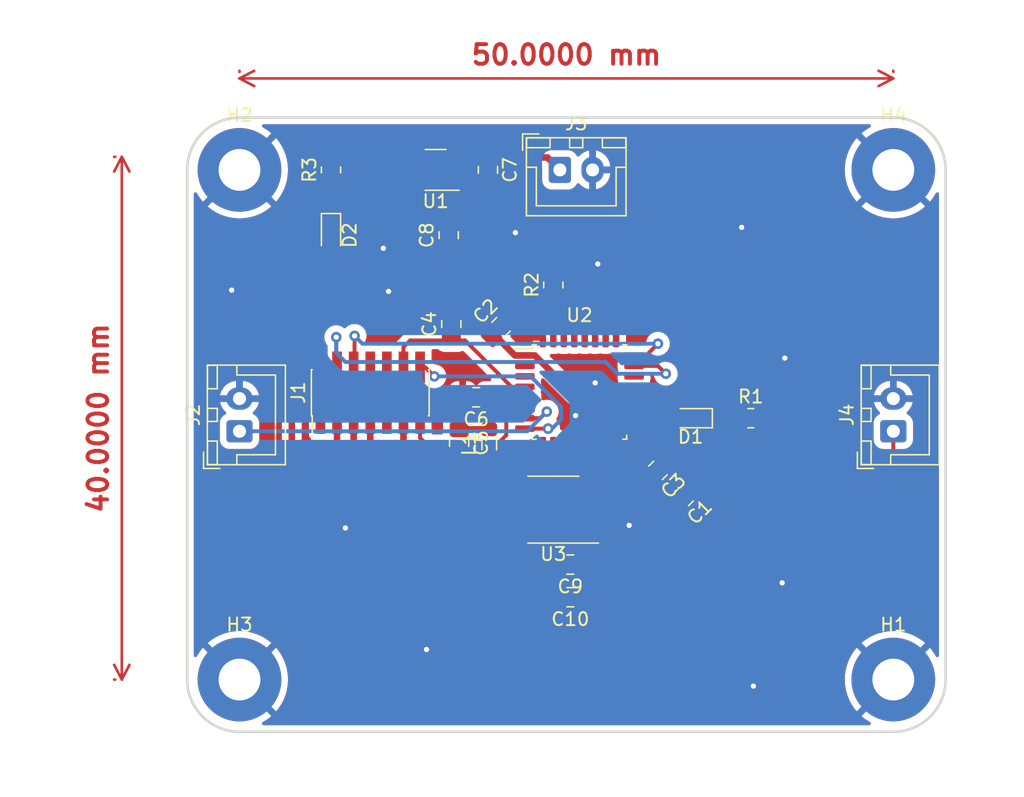
<source format=kicad_pcb>
(kicad_pcb (version 20211014) (generator pcbnew)
  (layers (0 "F.Cu" signal) (31 "B.Cu" signal) (34 "B.Paste" user) (35 "F.Paste" user) (36 "B.SilkS" user "B.Silkscreen") (37 "F.SilkS" user "F.Silkscreen") (38 "B.Mask" user) (39 "F.Mask" user) (44 "Edge.Cuts" user))
  (net 0 "")
  (net 1 "+3.3V")
  (net 2 "GND")
  (net 3 "NRST")
  (net 4 "+5V")
  (net 5 "Net-(D1-Pad1)")
  (net 6 "LED_STATUS")
  (net 7 "Net-(D2-Pad1)")
  (net 10 "SWDIO")
  (net 11 "SWDCK")
  (net 15 "USART2_RX")
  (net 16 "USART2_TX")
  (net 17 "ADC_IN1")
  (net 18 "DAC_OUT")
  (net 19 "Net-(R2-Pad1)")
  (net 23 "+3.3VA")
  (net 25 "DAC_nLDAC")
  (net 26 "DAC_nCS")
  (net 27 "SPI1_SCK")
  (net 28 "SPI1_MOSI")
  (footprint "Package_TO_SOT_SMD:SOT-23-5" (layer "F.Cu") (at 79 44 180)
    (fp_text reference "U1" (at 0 -2.4) (layer "F.SilkS"))
    (fp_text value "BU33SD5WG-TR")
    (fp_line (start 0 1.56) (end -0.8 1.56) (layer "F.SilkS") (width 0.12))
    (fp_line (start 0 -1.56) (end -1.8 -1.56) (layer "F.SilkS") (width 0.12))
    (fp_line (start 0 -1.56) (end 0.8 -1.56) (layer "F.SilkS") (width 0.12))
    (fp_line (start 0 1.56) (end 0.8 1.56) (layer "F.SilkS") (width 0.12))
    (pad "1" smd roundrect (at -1.1375 -0.95 180) (size 1.325 0.6) (layers "F.Cu" "F.Paste" "F.Mask") (net 4 "+5V"))
    (pad "2" smd roundrect (at -1.1375 0 180) (size 1.325 0.6) (layers "F.Cu" "F.Paste" "F.Mask") (net 2 "GND"))
    (pad "3" smd roundrect (at -1.1375 0.95 180) (size 1.325 0.6) (layers "F.Cu" "F.Paste" "F.Mask") (net 4 "+5V"))
    (pad "4" smd roundrect (at 1.1375 0.95 180) (size 1.325 0.6) (layers "F.Cu" "F.Paste" "F.Mask"))
    (pad "5" smd roundrect (at 1.1375 -0.95 180) (size 1.325 0.6) (layers "F.Cu" "F.Paste" "F.Mask") (net 1 "+3.3V"))
  )
  (footprint "Capacitor_SMD:C_0805_2012Metric_Pad1.18x1.45mm_HandSolder" (layer "F.Cu") (at 82.1 61.4 180)
    (fp_text reference "C6" (at 0 -1.68) (layer "F.SilkS"))
    (fp_text value "10n")
    (fp_line (start -0.261252 0.735) (end 0.261252 0.735) (layer "F.SilkS") (width 0.12))
    (fp_line (start -0.261252 -0.735) (end 0.261252 -0.735) (layer "F.SilkS") (width 0.12))
    (pad "1" smd roundrect (at -1.0375 0 180) (size 1.175 1.45) (layers "F.Cu" "F.Paste" "F.Mask") (roundrect_rratio 0.212766) (net 23 "+3.3VA"))
    (pad "2" smd roundrect (at 1.0375 0 180) (size 1.175 1.45) (layers "F.Cu" "F.Paste" "F.Mask") (roundrect_rratio 0.212766) (net 2 "GND"))
  )
  (footprint "LED_SMD:LED_0603_1608Metric_Pad1.05x0.95mm_HandSolder" (layer "F.Cu") (at 71 49 -90)
    (fp_text reference "D2" (at 0 -1.43 90) (layer "F.SilkS"))
    (fp_text value "LED")
    (fp_line (start 0.8 -0.735) (end -1.66 -0.735) (layer "F.SilkS") (width 0.12))
    (fp_line (start -1.66 0.735) (end 0.8 0.735) (layer "F.SilkS") (width 0.12))
    (fp_line (start -1.66 -0.735) (end -1.66 0.735) (layer "F.SilkS") (width 0.12))
    (pad "1" smd roundrect (at -0.875 0 270) (size 1.05 0.95) (layers "F.Cu" "F.Paste" "F.Mask") (net 7 "Net-(D2-Pad1)"))
    (pad "2" smd roundrect (at 0.875 0 270) (size 1.05 0.95) (layers "F.Cu" "F.Paste" "F.Mask") (net 1 "+3.3V"))
  )
  (footprint "Connector_PinHeader_1.27mm:PinHeader_2x07_P1.27mm_Vertical_SMD" (layer "F.Cu") (at 74 61.05 90)
    (fp_text reference "J1" (at 0 -5.505 90) (layer "F.SilkS"))
    (fp_text value "Conn_02x07_Odd_Even")
    (fp_line (start -1.765 4.505) (end 1.765 4.505) (layer "F.SilkS") (width 0.12))
    (fp_line (start 1.765 -4.505) (end 1.765 -4.44) (layer "F.SilkS") (width 0.12))
    (fp_line (start -1.765 -4.505) (end -1.765 -4.44) (layer "F.SilkS") (width 0.12))
    (fp_line (start -1.765 4.44) (end -1.765 4.505) (layer "F.SilkS") (width 0.12))
    (fp_line (start -3.09 -4.44) (end -1.765 -4.44) (layer "F.SilkS") (width 0.12))
    (fp_line (start 1.765 4.44) (end 1.765 4.505) (layer "F.SilkS") (width 0.12))
    (fp_line (start -1.765 -4.505) (end 1.765 -4.505) (layer "F.SilkS") (width 0.12))
    (pad "1" smd rect (at -1.95 -3.81 90) (size 2.4 0.74) (layers "F.Cu" "F.Paste" "F.Mask"))
    (pad "2" smd rect (at 1.95 -3.81 90) (size 2.4 0.74) (layers "F.Cu" "F.Paste" "F.Mask"))
    (pad "3" smd rect (at -1.95 -2.54 90) (size 2.4 0.74) (layers "F.Cu" "F.Paste" "F.Mask") (net 1 "+3.3V"))
    (pad "4" smd rect (at 1.95 -2.54 90) (size 2.4 0.74) (layers "F.Cu" "F.Paste" "F.Mask") (net 10 "SWDIO"))
    (pad "5" smd rect (at -1.95 -1.27 90) (size 2.4 0.74) (layers "F.Cu" "F.Paste" "F.Mask") (net 2 "GND"))
    (pad "6" smd rect (at 1.95 -1.27 90) (size 2.4 0.74) (layers "F.Cu" "F.Paste" "F.Mask") (net 11 "SWDCK"))
    (pad "7" smd rect (at -1.95 0 90) (size 2.4 0.74) (layers "F.Cu" "F.Paste" "F.Mask") (net 2 "GND"))
    (pad "8" smd rect (at 1.95 0 90) (size 2.4 0.74) (layers "F.Cu" "F.Paste" "F.Mask"))
    (pad "9" smd rect (at -1.95 1.27 90) (size 2.4 0.74) (layers "F.Cu" "F.Paste" "F.Mask"))
    (pad "10" smd rect (at 1.95 1.27 90) (size 2.4 0.74) (layers "F.Cu" "F.Paste" "F.Mask"))
    (pad "11" smd rect (at -1.95 2.54 90) (size 2.4 0.74) (layers "F.Cu" "F.Paste" "F.Mask") (net 2 "GND"))
    (pad "12" smd rect (at 1.95 2.54 90) (size 2.4 0.74) (layers "F.Cu" "F.Paste" "F.Mask") (net 3 "NRST"))
    (pad "13" smd rect (at -1.95 3.81 90) (size 2.4 0.74) (layers "F.Cu" "F.Paste" "F.Mask") (net 15 "USART2_RX"))
    (pad "14" smd rect (at 1.95 3.81 90) (size 2.4 0.74) (layers "F.Cu" "F.Paste" "F.Mask") (net 16 "USART2_TX"))
  )
  (footprint "Connector_JST:JST_XH_B2B-XH-A_1x02_P2.50mm_Vertical" (layer "F.Cu") (at 64 64 90)
    (fp_text reference "J2" (at 1.25 -3.55 90) (layer "F.SilkS"))
    (fp_text value "INPUT")
    (fp_line (start -1.8 -0.2) (end -1.8 2.75) (layer "F.SilkS") (width 0.12))
    (fp_line (start 5.05 -1.7) (end 5.05 -2.45) (layer "F.SilkS") (width 0.12))
    (fp_line (start -1.8 2.75) (end 1.25 2.75) (layer "F.SilkS") (width 0.12))
    (fp_line (start 0.75 -1.7) (end 1.75 -1.7) (layer "F.SilkS") (width 0.12))
    (fp_line (start -2.56 3.51) (end 5.06 3.51) (layer "F.SilkS") (width 0.12))
    (fp_line (start -2.56 -2.46) (end -2.56 3.51) (layer "F.SilkS") (width 0.12))
    (fp_line (start 5.06 -2.46) (end -2.56 -2.46) (layer "F.SilkS") (width 0.12))
    (fp_line (start 5.05 -2.45) (end 3.25 -2.45) (layer "F.SilkS") (width 0.12))
    (fp_line (start 3.25 -2.45) (end 3.25 -1.7) (layer "F.SilkS") (width 0.12))
    (fp_line (start -2.55 -2.45) (end -2.55 -1.7) (layer "F.SilkS") (width 0.12))
    (fp_line (start -2.55 -0.2) (end -1.8 -0.2) (layer "F.SilkS") (width 0.12))
    (fp_line (start 4.3 -0.2) (end 4.3 2.75) (layer "F.SilkS") (width 0.12))
    (fp_line (start -0.75 -1.7) (end -0.75 -2.45) (layer "F.SilkS") (width 0.12))
    (fp_line (start 0.75 -2.45) (end 0.75 -1.7) (layer "F.SilkS") (width 0.12))
    (fp_line (start -2.55 -1.7) (end -0.75 -1.7) (layer "F.SilkS") (width 0.12))
    (fp_line (start 5.06 3.51) (end 5.06 -2.46) (layer "F.SilkS") (width 0.12))
    (fp_line (start 1.75 -2.45) (end 0.75 -2.45) (layer "F.SilkS") (width 0.12))
    (fp_line (start 4.3 2.75) (end 1.25 2.75) (layer "F.SilkS") (width 0.12))
    (fp_line (start -1.6 -2.75) (end -2.85 -2.75) (layer "F.SilkS") (width 0.12))
    (fp_line (start 5.05 -0.2) (end 4.3 -0.2) (layer "F.SilkS") (width 0.12))
    (fp_line (start -0.75 -2.45) (end -2.55 -2.45) (layer "F.SilkS") (width 0.12))
    (fp_line (start 1.75 -1.7) (end 1.75 -2.45) (layer "F.SilkS") (width 0.12))
    (fp_line (start 3.25 -1.7) (end 5.05 -1.7) (layer "F.SilkS") (width 0.12))
    (fp_line (start -2.85 -2.75) (end -2.85 -1.5) (layer "F.SilkS") (width 0.12))
    (pad "1" thru_hole roundrect (at 0 0 90) (size 1.7 2) (drill 1) (layers *.Cu *.Mask) (roundrect_rratio 0.147059) (net 17 "ADC_IN1"))
    (pad "2" thru_hole oval (at 2.5 0 90) (size 1.7 2) (drill 1) (layers *.Cu *.Mask) (net 2 "GND"))
  )
  (footprint "Package_QFP:LQFP-32_7x7mm_P0.8mm" (layer "F.Cu") (at 90 61)
    (fp_text reference "U2" (at 0 -5.88) (layer "F.SilkS"))
    (fp_text value "STM32L021K4Tx")
    (fp_line (start 3.31 3.61) (end 3.61 3.61) (layer "F.SilkS") (width 0.12))
    (fp_line (start -3.31 3.61) (end -3.61 3.61) (layer "F.SilkS") (width 0.12))
    (fp_line (start 3.31 -3.61) (end 3.61 -3.61) (layer "F.SilkS") (width 0.12))
    (fp_line (start -3.61 3.61) (end -3.61 3.31) (layer "F.SilkS") (width 0.12))
    (fp_line (start 3.61 3.61) (end 3.61 3.31) (layer "F.SilkS") (width 0.12))
    (fp_line (start 3.61 -3.61) (end 3.61 -3.31) (layer "F.SilkS") (width 0.12))
    (fp_line (start -3.31 -3.61) (end -3.61 -3.61) (layer "F.SilkS") (width 0.12))
    (fp_line (start -3.61 -3.61) (end -3.61 -3.31) (layer "F.SilkS") (width 0.12))
    (fp_line (start -3.61 -3.31) (end -4.925 -3.31) (layer "F.SilkS") (width 0.12))
    (pad "1" smd roundrect (at -4.175 -2.8) (size 1.5 0.5) (layers "F.Cu" "F.Paste" "F.Mask") (net 1 "+3.3V"))
    (pad "2" smd roundrect (at -4.175 -2) (size 1.5 0.5) (layers "F.Cu" "F.Paste" "F.Mask"))
    (pad "3" smd roundrect (at -4.175 -1.2) (size 1.5 0.5) (layers "F.Cu" "F.Paste" "F.Mask"))
    (pad "4" smd roundrect (at -4.175 -0.4) (size 1.5 0.5) (layers "F.Cu" "F.Paste" "F.Mask") (net 3 "NRST"))
    (pad "5" smd roundrect (at -4.175 0.4) (size 1.5 0.5) (layers "F.Cu" "F.Paste" "F.Mask") (net 23 "+3.3VA"))
    (pad "6" smd roundrect (at -4.175 1.2) (size 1.5 0.5) (layers "F.Cu" "F.Paste" "F.Mask") (net 15 "USART2_RX"))
    (pad "7" smd roundrect (at -4.175 2) (size 1.5 0.5) (layers "F.Cu" "F.Paste" "F.Mask") (net 17 "ADC_IN1"))
    (pad "8" smd roundrect (at -4.175 2.8) (size 1.5 0.5) (layers "F.Cu" "F.Paste" "F.Mask") (net 16 "USART2_TX"))
    (pad "9" smd roundrect (at -2.8 4.175) (size 0.5 1.5) (layers "F.Cu" "F.Paste" "F.Mask") (net 25 "DAC_nLDAC"))
    (pad "10" smd roundrect (at -2 4.175) (size 0.5 1.5) (layers "F.Cu" "F.Paste" "F.Mask") (net 26 "DAC_nCS"))
    (pad "11" smd roundrect (at -1.2 4.175) (size 0.5 1.5) (layers "F.Cu" "F.Paste" "F.Mask") (net 27 "SPI1_SCK"))
    (pad "12" smd roundrect (at -0.4 4.175) (size 0.5 1.5) (layers "F.Cu" "F.Paste" "F.Mask"))
    (pad "13" smd roundrect (at 0.4 4.175) (size 0.5 1.5) (layers "F.Cu" "F.Paste" "F.Mask") (net 28 "SPI1_MOSI"))
    (pad "14" smd roundrect (at 1.2 4.175) (size 0.5 1.5) (layers "F.Cu" "F.Paste" "F.Mask"))
    (pad "15" smd roundrect (at 2 4.175) (size 0.5 1.5) (layers "F.Cu" "F.Paste" "F.Mask"))
    (pad "16" smd roundrect (at 2.8 4.175) (size 0.5 1.5) (layers "F.Cu" "F.Paste" "F.Mask") (net 2 "GND"))
    (pad "17" smd roundrect (at 4.175 2.8) (size 1.5 0.5) (layers "F.Cu" "F.Paste" "F.Mask") (net 1 "+3.3V"))
    (pad "18" smd roundrect (at 4.175 2) (size 1.5 0.5) (layers "F.Cu" "F.Paste" "F.Mask") (net 6 "LED_STATUS"))
    (pad "19" smd roundrect (at 4.175 1.2) (size 1.5 0.5) (layers "F.Cu" "F.Paste" "F.Mask"))
    (pad "20" smd roundrect (at 4.175 0.4) (size 1.5 0.5) (layers "F.Cu" "F.Paste" "F.Mask"))
    (pad "21" smd roundrect (at 4.175 -0.4) (size 1.5 0.5) (layers "F.Cu" "F.Paste" "F.Mask"))
    (pad "22" smd roundrect (at 4.175 -1.2) (size 1.5 0.5) (layers "F.Cu" "F.Paste" "F.Mask"))
    (pad "23" smd roundrect (at 4.175 -2) (size 1.5 0.5) (layers "F.Cu" "F.Paste" "F.Mask") (net 10 "SWDIO"))
    (pad "24" smd roundrect (at 4.175 -2.8) (size 1.5 0.5) (layers "F.Cu" "F.Paste" "F.Mask") (net 11 "SWDCK"))
    (pad "25" smd roundrect (at 2.8 -4.175) (size 0.5 1.5) (layers "F.Cu" "F.Paste" "F.Mask"))
    (pad "26" smd roundrect (at 2 -4.175) (size 0.5 1.5) (layers "F.Cu" "F.Paste" "F.Mask"))
    (pad "27" smd roundrect (at 1.2 -4.175) (size 0.5 1.5) (layers "F.Cu" "F.Paste" "F.Mask"))
    (pad "28" smd roundrect (at 0.4 -4.175) (size 0.5 1.5) (layers "F.Cu" "F.Paste" "F.Mask"))
    (pad "29" smd roundrect (at -0.4 -4.175) (size 0.5 1.5) (layers "F.Cu" "F.Paste" "F.Mask"))
    (pad "30" smd roundrect (at -1.2 -4.175) (size 0.5 1.5) (layers "F.Cu" "F.Paste" "F.Mask"))
    (pad "31" smd roundrect (at -2 -4.175) (size 0.5 1.5) (layers "F.Cu" "F.Paste" "F.Mask") (net 19 "Net-(R2-Pad1)"))
    (pad "32" smd roundrect (at -2.8 -4.175) (size 0.5 1.5) (layers "F.Cu" "F.Paste" "F.Mask") (net 2 "GND"))
  )
  (footprint "Connector_JST:JST_XH_B2B-XH-A_1x02_P2.50mm_Vertical" (layer "F.Cu") (at 88.5 44)
    (fp_text reference "J3" (at 1.25 -3.55) (layer "F.SilkS"))
    (fp_text value "POWER")
    (fp_line (start 4.3 2.75) (end 1.25 2.75) (layer "F.SilkS") (width 0.12))
    (fp_line (start 1.75 -1.7) (end 1.75 -2.45) (layer "F.SilkS") (width 0.12))
    (fp_line (start 4.3 -0.2) (end 4.3 2.75) (layer "F.SilkS") (width 0.12))
    (fp_line (start -1.6 -2.75) (end -2.85 -2.75) (layer "F.SilkS") (width 0.12))
    (fp_line (start -2.55 -1.7) (end -0.75 -1.7) (layer "F.SilkS") (width 0.12))
    (fp_line (start -2.85 -2.75) (end -2.85 -1.5) (layer "F.SilkS") (width 0.12))
    (fp_line (start -1.8 -0.2) (end -1.8 2.75) (layer "F.SilkS") (width 0.12))
    (fp_line (start 5.05 -1.7) (end 5.05 -2.45) (layer "F.SilkS") (width 0.12))
    (fp_line (start -0.75 -2.45) (end -2.55 -2.45) (layer "F.SilkS") (width 0.12))
    (fp_line (start 5.06 -2.46) (end -2.56 -2.46) (layer "F.SilkS") (width 0.12))
    (fp_line (start 3.25 -2.45) (end 3.25 -1.7) (layer "F.SilkS") (width 0.12))
    (fp_line (start 5.05 -0.2) (end 4.3 -0.2) (layer "F.SilkS") (width 0.12))
    (fp_line (start -2.55 -2.45) (end -2.55 -1.7) (layer "F.SilkS") (width 0.12))
    (fp_line (start -2.56 -2.46) (end -2.56 3.51) (layer "F.SilkS") (width 0.12))
    (fp_line (start 0.75 -2.45) (end 0.75 -1.7) (layer "F.SilkS") (width 0.12))
    (fp_line (start -1.8 2.75) (end 1.25 2.75) (layer "F.SilkS") (width 0.12))
    (fp_line (start -0.75 -1.7) (end -0.75 -2.45) (layer "F.SilkS") (width 0.12))
    (fp_line (start -2.55 -0.2) (end -1.8 -0.2) (layer "F.SilkS") (width 0.12))
    (fp_line (start 5.06 3.51) (end 5.06 -2.46) (layer "F.SilkS") (width 0.12))
    (fp_line (start 1.75 -2.45) (end 0.75 -2.45) (layer "F.SilkS") (width 0.12))
    (fp_line (start 5.05 -2.45) (end 3.25 -2.45) (layer "F.SilkS") (width 0.12))
    (fp_line (start 0.75 -1.7) (end 1.75 -1.7) (layer "F.SilkS") (width 0.12))
    (fp_line (start 3.25 -1.7) (end 5.05 -1.7) (layer "F.SilkS") (width 0.12))
    (fp_line (start -2.56 3.51) (end 5.06 3.51) (layer "F.SilkS") (width 0.12))
    (pad "1" thru_hole roundrect (at 0 0) (size 1.7 2) (drill 1) (layers *.Cu *.Mask) (roundrect_rratio 0.147059) (net 4 "+5V"))
    (pad "2" thru_hole oval (at 2.5 0) (size 1.7 2) (drill 1) (layers *.Cu *.Mask) (net 2 "GND"))
  )
  (footprint "Resistor_SMD:R_0805_2012Metric_Pad1.20x1.40mm_HandSolder" (layer "F.Cu") (at 103.1 63)
    (fp_text reference "R1" (at 0 -1.65) (layer "F.SilkS"))
    (fp_text value "1k")
    (fp_line (start -0.227064 -0.735) (end 0.227064 -0.735) (layer "F.SilkS") (width 0.12))
    (fp_line (start -0.227064 0.735) (end 0.227064 0.735) (layer "F.SilkS") (width 0.12))
    (pad "1" smd roundrect (at -1 0) (size 1.2 1.4) (layers "F.Cu" "F.Paste" "F.Mask") (roundrect_rratio 0.208333) (net 5 "Net-(D1-Pad1)"))
    (pad "2" smd roundrect (at 1 0) (size 1.2 1.4) (layers "F.Cu" "F.Paste" "F.Mask") (roundrect_rratio 0.208333) (net 2 "GND"))
  )
  (footprint "MountingHole:MountingHole_3.2mm_M3_Pad" (layer "F.Cu") (at 64 44)
    (fp_text reference "H2" (at 0 -4.2) (layer "F.SilkS"))
    (fp_text value "MountingHole_Pad")
    (pad "1" thru_hole circle (at 0 0) (size 6.4 6.4) (drill 3.2) (layers *.Cu *.Mask) (net 2 "GND"))
  )
  (footprint "Capacitor_SMD:C_0805_2012Metric_Pad1.18x1.45mm_HandSolder" (layer "F.Cu") (at 96 67 -135)
    (fp_text reference "C3" (at 0 -1.68 45) (layer "F.SilkS"))
    (fp_text value "100n")
    (fp_line (start -0.261252 0.735) (end 0.261252 0.735) (layer "F.SilkS") (width 0.12))
    (fp_line (start -0.261252 -0.735) (end 0.261252 -0.735) (layer "F.SilkS") (width 0.12))
    (pad "1" smd roundrect (at -1.0375 0 225) (size 1.175 1.45) (layers "F.Cu" "F.Paste" "F.Mask") (roundrect_rratio 0.212766) (net 1 "+3.3V"))
    (pad "2" smd roundrect (at 1.0375 0 225) (size 1.175 1.45) (layers "F.Cu" "F.Paste" "F.Mask") (roundrect_rratio 0.212766) (net 2 "GND"))
  )
  (footprint "Connector_JST:JST_XH_B2B-XH-A_1x02_P2.50mm_Vertical" (layer "F.Cu") (at 114 64 90)
    (fp_text reference "J4" (at 1.25 -3.55 90) (layer "F.SilkS"))
    (fp_text value "OUTPUT")
    (fp_line (start 0.75 -1.7) (end 1.75 -1.7) (layer "F.SilkS") (width 0.12))
    (fp_line (start 1.75 -2.45) (end 0.75 -2.45) (layer "F.SilkS") (width 0.12))
    (fp_line (start -2.56 -2.46) (end -2.56 3.51) (layer "F.SilkS") (width 0.12))
    (fp_line (start -0.75 -1.7) (end -0.75 -2.45) (layer "F.SilkS") (width 0.12))
    (fp_line (start -2.56 3.51) (end 5.06 3.51) (layer "F.SilkS") (width 0.12))
    (fp_line (start 3.25 -1.7) (end 5.05 -1.7) (layer "F.SilkS") (width 0.12))
    (fp_line (start 5.06 3.51) (end 5.06 -2.46) (layer "F.SilkS") (width 0.12))
    (fp_line (start -2.55 -2.45) (end -2.55 -1.7) (layer "F.SilkS") (width 0.12))
    (fp_line (start 5.05 -2.45) (end 3.25 -2.45) (layer "F.SilkS") (width 0.12))
    (fp_line (start -1.8 -0.2) (end -1.8 2.75) (layer "F.SilkS") (width 0.12))
    (fp_line (start -2.55 -1.7) (end -0.75 -1.7) (layer "F.SilkS") (width 0.12))
    (fp_line (start 5.06 -2.46) (end -2.56 -2.46) (layer "F.SilkS") (width 0.12))
    (fp_line (start -2.85 -2.75) (end -2.85 -1.5) (layer "F.SilkS") (width 0.12))
    (fp_line (start 5.05 -0.2) (end 4.3 -0.2) (layer "F.SilkS") (width 0.12))
    (fp_line (start -1.6 -2.75) (end -2.85 -2.75) (layer "F.SilkS") (width 0.12))
    (fp_line (start 5.05 -1.7) (end 5.05 -2.45) (layer "F.SilkS") (width 0.12))
    (fp_line (start 4.3 2.75) (end 1.25 2.75) (layer "F.SilkS") (width 0.12))
    (fp_line (start 0.75 -2.45) (end 0.75 -1.7) (layer "F.SilkS") (width 0.12))
    (fp_line (start -0.75 -2.45) (end -2.55 -2.45) (layer "F.SilkS") (width 0.12))
    (fp_line (start -1.8 2.75) (end 1.25 2.75) (layer "F.SilkS") (width 0.12))
    (fp_line (start 3.25 -2.45) (end 3.25 -1.7) (layer "F.SilkS") (width 0.12))
    (fp_line (start 1.75 -1.7) (end 1.75 -2.45) (layer "F.SilkS") (width 0.12))
    (fp_line (start 4.3 -0.2) (end 4.3 2.75) (layer "F.SilkS") (width 0.12))
    (fp_line (start -2.55 -0.2) (end -1.8 -0.2) (layer "F.SilkS") (width 0.12))
    (pad "1" thru_hole roundrect (at 0 0 90) (size 1.7 2) (drill 1) (layers *.Cu *.Mask) (roundrect_rratio 0.147059) (net 18 "DAC_OUT"))
    (pad "2" thru_hole oval (at 2.5 0 90) (size 1.7 2) (drill 1) (layers *.Cu *.Mask) (net 2 "GND"))
  )
  (footprint "Package_SO:SOIC-8_3.9x4.9mm_P1.27mm" (layer "F.Cu") (at 88 70 180)
    (fp_text reference "U3" (at 0 -3.4) (layer "F.SilkS"))
    (fp_text value "MCP4801")
    (fp_line (start 0 -2.56) (end 1.95 -2.56) (layer "F.SilkS") (width 0.12))
    (fp_line (start 0 2.56) (end -1.95 2.56) (layer "F.SilkS") (width 0.12))
    (fp_line (start 0 -2.56) (end -3.45 -2.56) (layer "F.SilkS") (width 0.12))
    (fp_line (start 0 2.56) (end 1.95 2.56) (layer "F.SilkS") (width 0.12))
    (pad "1" smd roundrect (at -2.475 -1.905 180) (size 1.95 0.6) (layers "F.Cu" "F.Paste" "F.Mask") (net 1 "+3.3V"))
    (pad "2" smd roundrect (at -2.475 -0.635 180) (size 1.95 0.6) (layers "F.Cu" "F.Paste" "F.Mask") (net 26 "DAC_nCS"))
    (pad "3" smd roundrect (at -2.475 0.635 180) (size 1.95 0.6) (layers "F.Cu" "F.Paste" "F.Mask") (net 27 "SPI1_SCK"))
    (pad "4" smd roundrect (at -2.475 1.905 180) (size 1.95 0.6) (layers "F.Cu" "F.Paste" "F.Mask") (net 28 "SPI1_MOSI"))
    (pad "5" smd roundrect (at 2.475 1.905 180) (size 1.95 0.6) (layers "F.Cu" "F.Paste" "F.Mask") (net 25 "DAC_nLDAC"))
    (pad "6" smd roundrect (at 2.475 0.635 180) (size 1.95 0.6) (layers "F.Cu" "F.Paste" "F.Mask") (net 1 "+3.3V"))
    (pad "7" smd roundrect (at 2.475 -0.635 180) (size 1.95 0.6) (layers "F.Cu" "F.Paste" "F.Mask") (net 2 "GND"))
    (pad "8" smd roundrect (at 2.475 -1.905 180) (size 1.95 0.6) (layers "F.Cu" "F.Paste" "F.Mask") (net 18 "DAC_OUT"))
  )
  (footprint "Resistor_SMD:R_0805_2012Metric_Pad1.20x1.40mm_HandSolder" (layer "F.Cu") (at 88 52.8 90)
    (fp_text reference "R2" (at 0 -1.65 90) (layer "F.SilkS"))
    (fp_text value "100k")
    (fp_line (start -0.227064 0.735) (end 0.227064 0.735) (layer "F.SilkS") (width 0.12))
    (fp_line (start -0.227064 -0.735) (end 0.227064 -0.735) (layer "F.SilkS") (width 0.12))
    (pad "1" smd roundrect (at -1 0 90) (size 1.2 1.4) (layers "F.Cu" "F.Paste" "F.Mask") (roundrect_rratio 0.208333) (net 19 "Net-(R2-Pad1)"))
    (pad "2" smd roundrect (at 1 0 90) (size 1.2 1.4) (layers "F.Cu" "F.Paste" "F.Mask") (roundrect_rratio 0.208333) (net 2 "GND"))
  )
  (footprint "Resistor_SMD:R_0805_2012Metric_Pad1.20x1.40mm_HandSolder" (layer "F.Cu") (at 71 44 90)
    (fp_text reference "R3" (at 0 -1.65 90) (layer "F.SilkS"))
    (fp_text value "1k")
    (fp_line (start -0.227064 0.735) (end 0.227064 0.735) (layer "F.SilkS") (width 0.12))
    (fp_line (start -0.227064 -0.735) (end 0.227064 -0.735) (layer "F.SilkS") (width 0.12))
    (pad "1" smd roundrect (at -1 0 90) (size 1.2 1.4) (layers "F.Cu" "F.Paste" "F.Mask") (roundrect_rratio 0.208333) (net 7 "Net-(D2-Pad1)"))
    (pad "2" smd roundrect (at 1 0 90) (size 1.2 1.4) (layers "F.Cu" "F.Paste" "F.Mask") (roundrect_rratio 0.208333) (net 2 "GND"))
  )
  (footprint "Capacitor_SMD:C_0805_2012Metric" (layer "F.Cu") (at 80 49 90)
    (fp_text reference "C8" (at 0 -1.68 90) (layer "F.SilkS"))
    (fp_text value "1uF")
    (fp_line (start -0.261252 0.735) (end 0.261252 0.735) (layer "F.SilkS") (width 0.12))
    (fp_line (start -0.261252 -0.735) (end 0.261252 -0.735) (layer "F.SilkS") (width 0.12))
    (pad "1" smd roundrect (at -0.95 0 90) (size 1 1.45) (layers "F.Cu" "F.Paste" "F.Mask") (net 1 "+3.3V"))
    (pad "2" smd roundrect (at 0.95 0 90) (size 1 1.45) (layers "F.Cu" "F.Paste" "F.Mask") (net 2 "GND"))
  )
  (footprint "Capacitor_SMD:C_0805_2012Metric_Pad1.18x1.45mm_HandSolder" (layer "F.Cu") (at 89.3 74.2 180)
    (fp_text reference "C9" (at 0 -1.68) (layer "F.SilkS"))
    (fp_text value "100n")
    (fp_line (start -0.261252 0.735) (end 0.261252 0.735) (layer "F.SilkS") (width 0.12))
    (fp_line (start -0.261252 -0.735) (end 0.261252 -0.735) (layer "F.SilkS") (width 0.12))
    (pad "1" smd roundrect (at -1.0375 0 180) (size 1.175 1.45) (layers "F.Cu" "F.Paste" "F.Mask") (roundrect_rratio 0.212766) (net 1 "+3.3V"))
    (pad "2" smd roundrect (at 1.0375 0 180) (size 1.175 1.45) (layers "F.Cu" "F.Paste" "F.Mask") (roundrect_rratio 0.212766) (net 2 "GND"))
  )
  (footprint "LED_SMD:LED_0603_1608Metric_Pad1.05x0.95mm_HandSolder" (layer "F.Cu") (at 98.5 63 180)
    (fp_text reference "D1" (at 0 -1.43) (layer "F.SilkS"))
    (fp_text value "ORANGE TLM01100_GSB")
    (fp_line (start -1.66 0.735) (end 0.8 0.735) (layer "F.SilkS") (width 0.12))
    (fp_line (start 0.8 -0.735) (end -1.66 -0.735) (layer "F.SilkS") (width 0.12))
    (fp_line (start -1.66 -0.735) (end -1.66 0.735) (layer "F.SilkS") (width 0.12))
    (pad "1" smd roundrect (at -0.875 0 180) (size 1.05 0.95) (layers "F.Cu" "F.Paste" "F.Mask") (net 5 "Net-(D1-Pad1)"))
    (pad "2" smd roundrect (at 0.875 0 180) (size 1.05 0.95) (layers "F.Cu" "F.Paste" "F.Mask") (net 6 "LED_STATUS"))
  )
  (footprint "MountingHole:MountingHole_3.2mm_M3_Pad" (layer "F.Cu") (at 64 83)
    (fp_text reference "H3" (at 0 -4.2) (layer "F.SilkS"))
    (fp_text value "MountingHole_Pad")
    (pad "1" thru_hole circle (at 0 0) (size 6.4 6.4) (drill 3.2) (layers *.Cu *.Mask) (net 2 "GND"))
  )
  (footprint "Capacitor_SMD:C_0805_2012Metric_Pad1.18x1.45mm_HandSolder" (layer "F.Cu") (at 80.2 55.8 90)
    (fp_text reference "C4" (at 0 -1.68 90) (layer "F.SilkS"))
    (fp_text value "100n")
    (fp_line (start -0.261252 -0.735) (end 0.261252 -0.735) (layer "F.SilkS") (width 0.12))
    (fp_line (start -0.261252 0.735) (end 0.261252 0.735) (layer "F.SilkS") (width 0.12))
    (pad "1" smd roundrect (at -1.0375 0 90) (size 1.175 1.45) (layers "F.Cu" "F.Paste" "F.Mask") (roundrect_rratio 0.212766) (net 3 "NRST"))
    (pad "2" smd roundrect (at 1.0375 0 90) (size 1.175 1.45) (layers "F.Cu" "F.Paste" "F.Mask") (roundrect_rratio 0.212766) (net 2 "GND"))
  )
  (footprint "Capacitor_SMD:C_0805_2012Metric_Pad1.18x1.45mm_HandSolder" (layer "F.Cu") (at 98 69 -135)
    (fp_text reference "C1" (at 0 -1.68 45) (layer "F.SilkS"))
    (fp_text value "4u7")
    (fp_line (start -0.261252 0.735) (end 0.261252 0.735) (layer "F.SilkS") (width 0.12))
    (fp_line (start -0.261252 -0.735) (end 0.261252 -0.735) (layer "F.SilkS") (width 0.12))
    (pad "1" smd roundrect (at -1.0375 0 225) (size 1.175 1.45) (layers "F.Cu" "F.Paste" "F.Mask") (roundrect_rratio 0.212766) (net 1 "+3.3V"))
    (pad "2" smd roundrect (at 1.0375 0 225) (size 1.175 1.45) (layers "F.Cu" "F.Paste" "F.Mask") (roundrect_rratio 0.212766) (net 2 "GND"))
  )
  (footprint "Capacitor_SMD:C_0805_2012Metric" (layer "F.Cu") (at 83 44 -90)
    (fp_text reference "C7" (at 0 -1.68 90) (layer "F.SilkS"))
    (fp_text value "1uF")
    (fp_line (start -0.261252 0.735) (end 0.261252 0.735) (layer "F.SilkS") (width 0.12))
    (fp_line (start -0.261252 -0.735) (end 0.261252 -0.735) (layer "F.SilkS") (width 0.12))
    (pad "1" smd roundrect (at -0.95 0 270) (size 1 1.45) (layers "F.Cu" "F.Paste" "F.Mask") (net 4 "+5V"))
    (pad "2" smd roundrect (at 0.95 0 270) (size 1 1.45) (layers "F.Cu" "F.Paste" "F.Mask") (net 2 "GND"))
  )
  (footprint "MountingHole:MountingHole_3.2mm_M3_Pad" (layer "F.Cu") (at 114 44)
    (fp_text reference "H4" (at 0 -4.2) (layer "F.SilkS"))
    (fp_text value "MountingHole_Pad")
    (pad "1" thru_hole circle (at 0 0) (size 6.4 6.4) (drill 3.2) (layers *.Cu *.Mask) (net 2 "GND"))
  )
  (footprint "Capacitor_SMD:C_0805_2012Metric_Pad1.18x1.45mm_HandSolder" (layer "F.Cu") (at 84 56 45)
    (fp_text reference "C2" (at 0 -1.68 45) (layer "F.SilkS"))
    (fp_text value "100n")
    (fp_line (start -0.261252 -0.735) (end 0.261252 -0.735) (layer "F.SilkS") (width 0.12))
    (fp_line (start -0.261252 0.735) (end 0.261252 0.735) (layer "F.SilkS") (width 0.12))
    (pad "1" smd roundrect (at -1.0375 0 45) (size 1.175 1.45) (layers "F.Cu" "F.Paste" "F.Mask") (roundrect_rratio 0.212766) (net 1 "+3.3V"))
    (pad "2" smd roundrect (at 1.0375 0 45) (size 1.175 1.45) (layers "F.Cu" "F.Paste" "F.Mask") (roundrect_rratio 0.212766) (net 2 "GND"))
  )
  (footprint "Inductor_SMD:L_0805_2012Metric_Pad1.05x1.20mm_HandSolder" (layer "F.Cu") (at 83.1 65 90)
    (fp_text reference "L1" (at 0 -1.55 90) (layer "F.SilkS"))
    (fp_text value "39n")
    (fp_line (start -0.410242 -0.56) (end 0.410242 -0.56) (layer "F.SilkS") (width 0.12))
    (fp_line (start -0.410242 0.56) (end 0.410242 0.56) (layer "F.SilkS") (width 0.12))
    (pad "1" smd roundrect (at -1.15 0 90) (size 1.05 1.2) (layers "F.Cu" "F.Paste" "F.Mask") (roundrect_rratio 0.238095) (net 1 "+3.3V"))
    (pad "2" smd roundrect (at 1.15 0 90) (size 1.05 1.2) (layers "F.Cu" "F.Paste" "F.Mask") (roundrect_rratio 0.238095) (net 23 "+3.3VA"))
  )
  (footprint "MountingHole:MountingHole_3.2mm_M3_Pad" (layer "F.Cu") (at 114 83)
    (fp_text reference "H1" (at 0 -4.2) (layer "F.SilkS"))
    (fp_text value "MountingHole_Pad")
    (pad "1" thru_hole circle (at 0 0) (size 6.4 6.4) (drill 3.2) (layers *.Cu *.Mask) (net 2 "GND"))
  )
  (footprint "Capacitor_SMD:C_0805_2012Metric" (layer "F.Cu") (at 89.3 76.7 180)
    (fp_text reference "C10" (at 0 -1.68) (layer "F.SilkS"))
    (fp_text value "10u")
    (fp_line (start -0.261252 -0.735) (end 0.261252 -0.735) (layer "F.SilkS") (width 0.12))
    (fp_line (start -0.261252 0.735) (end 0.261252 0.735) (layer "F.SilkS") (width 0.12))
    (pad "1" smd roundrect (at -0.95 0 180) (size 1 1.45) (layers "F.Cu" "F.Paste" "F.Mask") (net 1 "+3.3V"))
    (pad "2" smd roundrect (at 0.95 0 180) (size 1 1.45) (layers "F.Cu" "F.Paste" "F.Mask") (net 2 "GND"))
  )
  (footprint "Capacitor_SMD:C_0805_2012Metric_Pad1.18x1.45mm_HandSolder" (layer "F.Cu") (at 80.8 64.9 -90)
    (fp_text reference "C5" (at 0 -1.68 90) (layer "F.SilkS"))
    (fp_text value "1u")
    (fp_line (start -0.261252 -0.735) (end 0.261252 -0.735) (layer "F.SilkS") (width 0.12))
    (fp_line (start -0.261252 0.735) (end 0.261252 0.735) (layer "F.SilkS") (width 0.12))
    (pad "1" smd roundrect (at -1.0375 0 270) (size 1.175 1.45) (layers "F.Cu" "F.Paste" "F.Mask") (roundrect_rratio 0.212766) (net 23 "+3.3VA"))
    (pad "2" smd roundrect (at 1.0375 0 270) (size 1.175 1.45) (layers "F.Cu" "F.Paste" "F.Mask") (roundrect_rratio 0.212766) (net 2 "GND"))
  )
  (gr_arc (start 60 44) (mid 61.171573 41.171573) (end 64 40) (layer "Edge.Cuts") (width 0.2))
  (gr_line (start 118 44) (end 118 83) (layer "Edge.Cuts") (width 0.2))
  (gr_line (start 60 44) (end 60 83) (layer "Edge.Cuts") (width 0.2))
  (gr_arc (start 64 87) (mid 61.171573 85.828427) (end 60 83) (layer "Edge.Cuts") (width 0.2))
  (gr_line (start 64 87) (end 114 87) (layer "Edge.Cuts") (width 0.2))
  (gr_arc (start 114 40) (mid 116.828427 41.171573) (end 118 44) (layer "Edge.Cuts") (width 0.2))
  (gr_arc (start 118 83) (mid 116.828427 85.828427) (end 114 87) (layer "Edge.Cuts") (width 0.2))
  (gr_line (start 114 40) (end 64 40) (layer "Edge.Cuts") (width 0.2))
  (dimension (type aligned) (layer "F.Cu") (pts (xy 64 37) (xy 114 37)) (height 0) (gr_text "50.0000 mm" (at 89 35.2) (layer "F.Cu") (effects (font (size 1.5 1.5) (thickness 0.3)))) (format (units 3) (units_format 1) (precision 4)) (style (thickness 0.2) (arrow_length 1.27) (text_position_mode 0) (extension_height 0.58642) (extension_offset 0.5) keep_text_aligned))
  (dimension (type aligned) (layer "F.Cu") (pts (xy 55 83) (xy 55 43)) (height 0) (gr_text "40.0000 mm" (at 53.2 63 90) (layer "F.Cu") (effects (font (size 1.5 1.5) (thickness 0.3)))) (format (units 3) (units_format 1) (precision 4)) (style (thickness 0.2) (arrow_length 1.27) (text_position_mode 0) (extension_height 0.58642) (extension_offset 0.5) keep_text_aligned))
  (segment (start 85.825 58.2) (end 86.588173 58.2) (width 0.5) (layer "F.Cu") (net 1))
  (segment (start 83.1 66.15) (end 83.1 69.2) (width 0.5) (layer "F.Cu") (net 1))
  (segment (start 75 48.138172) (end 75.430914 48.569086) (width 0.5) (layer "F.Cu") (net 1))
  (segment (start 90.3375 76.6125) (end 90.25 76.7) (width 0.5) (layer "F.Cu") (net 1))
  (segment (start 98.733623 68.266377) (end 96.733623 66.266377) (width 0.5) (layer "F.Cu") (net 1))
  (segment (start 75 46) (end 75 48.138172) (width 0.5) (layer "F.Cu") (net 1))
  (segment (start 95.325 75.625) (end 94.25 76.7) (width 0.5) (layer "F.Cu") (net 1))
  (segment (start 83.1 69.2) (end 82.935 69.365) (width 0.5) (layer "F.Cu") (net 1))
  (segment (start 96.733623 66.266377) (end 96.641377 66.266377) (width 0.5) (layer "F.Cu") (net 1))
  (segment (start 85.525 69.365) (end 82.935 69.365) (width 0.5) (layer "F.Cu") (net 1))
  (segment (start 90.3375 74.2) (end 90.3375 76.6125) (width 0.5) (layer "F.Cu") (net 1))
  (segment (start 81.780914 51.730914) (end 80 49.95) (width 0.5) (layer "F.Cu") (net 1))
  (segment (start 80 49.95) (end 76.811828 49.95) (width 0.5) (layer "F.Cu") (net 1))
  (segment (start 68 65) (end 68 51.125) (width 0.5) (layer "F.Cu") (net 1))
  (segment (start 73.236827 49.875) (end 74.986827 48.125) (width 0.5) (layer "F.Cu") (net 1))
  (segment (start 76.811828 49.95) (end 75.430914 48.569086) (width 0.5) (layer "F.Cu") (net 1))
  (segment (start 99.7 69.232754) (end 98.733623 68.266377) (width 0.5) (layer "F.Cu") (net 1))
  (segment (start 77.8625 44.95) (end 76.05 44.95) (width 0.5) (layer "F.Cu") (net 1))
  (segment (start 86.588173 58.2) (end 92.188173 63.8) (width 0.5) (layer "F.Cu") (net 1))
  (segment (start 90.475 71.905) (end 90.475 74.0625) (width 0.5) (layer "F.Cu") (net 1))
  (segment (start 76.05 44.95) (end 75 46) (width 0.5) (layer "F.Cu") (net 1))
  (segment (start 90.475 74.0625) (end 90.3375 74.2) (width 0.5) (layer "F.Cu") (net 1))
  (segment (start 85.825 58.2) (end 85.061827 58.2) (width 0.5) (layer "F.Cu") (net 1))
  (segment (start 85.061827 58.2) (end 81.780914 54.919086) (width 0.5) (layer "F.Cu") (net 1))
  (segment (start 69.25 49.875) (end 71 49.875) (width 0.5) (layer "F.Cu") (net 1))
  (segment (start 71 49.875) (end 73.236827 49.875) (width 0.5) (layer "F.Cu") (net 1))
  (segment (start 86.555 69.365) (end 89.095 71.905) (width 0.5) (layer "F.Cu") (net 1))
  (segment (start 71.46 65.54) (end 68.54 65.54) (width 0.5) (layer "F.Cu") (net 1))
  (segment (start 80 49.95) (end 80 50) (width 0.5) (layer "F.Cu") (net 1))
  (segment (start 68.54 65.54) (end 68 65) (width 0.5) (layer "F.Cu") (net 1))
  (segment (start 75.430914 48.569086) (end 74.986827 48.125) (width 0.5) (layer "F.Cu") (net 1))
  (segment (start 71.46 65.54) (end 71.46 63) (width 0.5) (layer "F.Cu") (net 1))
  (segment (start 96.641377 66.266377) (end 94.175 63.8) (width 0.5) (layer "F.Cu") (net 1))
  (segment (start 92.188173 63.8) (end 94.175 63.8) (width 0.5) (layer "F.Cu") (net 1))
  (segment (start 75.285 69.365) (end 71.46 65.54) (width 0.5) (layer "F.Cu") (net 1))
  (segment (start 94.25 76.7) (end 90.25 76.7) (width 0.5) (layer "F.Cu") (net 1))
  (segment (start 95.325 75.625) (end 99.7 71.25) (width 0.5) (layer "F.Cu") (net 1))
  (segment (start 68 51.125) (end 69.25 49.875) (width 0.5) (layer "F.Cu") (net 1))
  (segment (start 85.525 69.365) (end 86.555 69.365) (width 0.5) (layer "F.Cu") (net 1))
  (segment (start 82.935 69.365) (end 75.285 69.365) (width 0.5) (layer "F.Cu") (net 1))
  (segment (start 99.7 71.25) (end 99.7 69.232754) (width 0.5) (layer "F.Cu") (net 1))
  (segment (start 81.780914 54.919086) (end 81.780914 51.730914) (width 0.5) (layer "F.Cu") (net 1))
  (segment (start 89.095 71.905) (end 90.475 71.905) (width 0.5) (layer "F.Cu") (net 1))
  (via (at 91.2 60.3) (size 0.8) (drill 0.4) (layers "F.Cu" "B.Cu") (net 2))
  (via (at 75 50) (size 0.8) (drill 0.4) (layers "F.Cu" "B.Cu") (net 2))
  (via (at 89.7 62.8) (size 0.8) (drill 0.4) (layers "F.Cu" "B.Cu") (net 2))
  (via (at 105.7 58.4) (size 0.8) (drill 0.4) (layers "F.Cu" "B.Cu") (net 2))
  (via (at 91.4 51.2) (size 0.8) (drill 0.4) (layers "F.Cu" "B.Cu") (net 2))
  (via (at 93.8 71.2) (size 0.8) (drill 0.4) (layers "F.Cu" "B.Cu") (net 2))
  (via (at 72.1 71.4) (size 0.8) (drill 0.4) (layers "F.Cu" "B.Cu") (net 2))
  (via (at 103.3 83.5) (size 0.8) (drill 0.4) (layers "F.Cu" "B.Cu") (net 2))
  (via (at 105.5 75.6) (size 0.8) (drill 0.4) (layers "F.Cu" "B.Cu") (net 2))
  (via (at 85.1 48.8) (size 0.8) (drill 0.4) (layers "F.Cu" "B.Cu") (net 2))
  (via (at 75.4 53.3) (size 0.8) (drill 0.4) (layers "F.Cu" "B.Cu") (net 2))
  (via (at 102.4 48.4) (size 0.8) (drill 0.4) (layers "F.Cu" "B.Cu") (net 2))
  (via (at 78.3 80.7) (size 0.8) (drill 0.4) (layers "F.Cu" "B.Cu") (net 2))
  (via (at 63.4 53.2) (size 0.8) (drill 0.4) (layers "F.Cu" "B.Cu") (net 2))
  (segment (start 85.825 60.6) (end 84.8 60.6) (width 0.3) (layer "F.Cu") (net 3))
  (segment (start 81.25 57.05) (end 77.05 57.05) (width 0.3) (layer "F.Cu") (net 3))
  (segment (start 77.05 57.05) (end 76.54 57.56) (width 0.3) (layer "F.Cu") (net 3))
  (segment (start 84.8 60.6) (end 81.25 57.05) (width 0.3) (layer "F.Cu") (net 3))
  (segment (start 76.54 57.56) (end 76.54 59.1) (width 0.3) (layer "F.Cu") (net 3))
  (segment (start 79.576472 44.95) (end 80.1375 44.95) (width 0.4) (layer "F.Cu") (net 4))
  (segment (start 83 43.05) (end 87.55 43.05) (width 0.5) (layer "F.Cu") (net 4))
  (segment (start 79.025 43.601472) (end 79.025 44.398528) (width 0.4) (layer "F.Cu") (net 4))
  (segment (start 79.025 44.398528) (end 79.576472 44.95) (width 0.4) (layer "F.Cu") (net 4))
  (segment (start 87.55 43.05) (end 88.5 44) (width 0.5) (layer "F.Cu") (net 4))
  (segment (start 83 43.05) (end 80.1375 43.05) (width 0.5) (layer "F.Cu") (net 4))
  (segment (start 79.576472 43.05) (end 79.025 43.601472) (width 0.4) (layer "F.Cu") (net 4))
  (segment (start 80.1375 43.05) (end 79.576472 43.05) (width 0.4) (layer "F.Cu") (net 4))
  (segment (start 99.375 63) (end 102.1 63) (width 0.3) (layer "F.Cu") (net 5))
  (segment (start 94.175 63) (end 97.625 63) (width 0.3) (layer "F.Cu") (net 6))
  (segment (start 71 48.125) (end 71 45) (width 0.3) (layer "F.Cu") (net 7))
  (segment (start 94.175 59) (end 96 59) (width 0.3) (layer "F.Cu") (net 10))
  (segment (start 96 59) (end 96.6 59.6) (width 0.3) (layer "F.Cu") (net 10))
  (segment (start 71.4 56.8) (end 71.4 59.04) (width 0.3) (layer "F.Cu") (net 10))
  (segment (start 71.4 59.04) (end 71.46 59.1) (width 0.3) (layer "F.Cu") (net 10))
  (via (at 96.6 59.6) (size 0.8) (drill 0.4) (layers "F.Cu" "B.Cu") (net 10))
  (via (at 71.4 56.8) (size 0.8) (drill 0.4) (layers "F.Cu" "B.Cu") (net 10))
  (segment (start 92 58.7) (end 72.1 58.7) (width 0.3) (layer "B.Cu") (net 10))
  (segment (start 72.1 58.7) (end 71.4 58) (width 0.3) (layer "B.Cu") (net 10))
  (segment (start 92.9 59.6) (end 92 58.7) (width 0.3) (layer "B.Cu") (net 10))
  (segment (start 71.4 58) (end 71.4 56.8) (width 0.3) (layer "B.Cu") (net 10))
  (segment (start 96.6 59.6) (end 92.9 59.6) (width 0.3) (layer "B.Cu") (net 10))
  (segment (start 95.1 58.2) (end 96 57.3) (width 0.3) (layer "F.Cu") (net 11))
  (segment (start 72.8 59.03) (end 72.73 59.1) (width 0.3) (layer "F.Cu") (net 11))
  (segment (start 72.8 56.7) (end 72.8 59.03) (width 0.3) (layer "F.Cu") (net 11))
  (segment (start 94.175 58.2) (end 95.1 58.2) (width 0.3) (layer "F.Cu") (net 11))
  (via (at 96 57.3) (size 0.8) (drill 0.4) (layers "F.Cu" "B.Cu") (net 11))
  (via (at 72.8 56.7) (size 0.8) (drill 0.4) (layers "F.Cu" "B.Cu") (net 11))
  (segment (start 96 57.3) (end 73.4 57.3) (width 0.3) (layer "B.Cu") (net 11))
  (segment (start 73.4 57.3) (end 72.8 56.7) (width 0.3) (layer "B.Cu") (net 11))
  (segment (start 83.8 64.9) (end 84.4 64.3) (width 0.3) (layer "F.Cu") (net 15))
  (segment (start 77.81 63) (end 77.81 64.51) (width 0.3) (layer "F.Cu") (net 15))
  (segment (start 84.9 62.2) (end 85.825 62.2) (width 0.3) (layer "F.Cu") (net 15))
  (segment (start 84.4 64.3) (end 84.4 62.7) (width 0.3) (layer "F.Cu") (net 15))
  (segment (start 78.2 64.9) (end 83.8 64.9) (width 0.3) (layer "F.Cu") (net 15))
  (segment (start 84.4 62.7) (end 84.9 62.2) (width 0.3) (layer "F.Cu") (net 15))
  (segment (start 77.81 64.51) (end 78.2 64.9) (width 0.3) (layer "F.Cu") (net 15))
  (segment (start 77.81 59.1) (end 78.2 59.1) (width 0.3) (layer "F.Cu") (net 16))
  (segment (start 78.2 59.1) (end 78.9 59.8) (width 0.3) (layer "F.Cu") (net 16))
  (segment (start 85.825 63.8) (end 87.6 63.8) (width 0.3) (layer "F.Cu") (net 16))
  (via (at 78.9 59.8) (size 0.8) (drill 0.4) (layers "F.Cu" "B.Cu") (net 16))
  (via (at 87.6 63.8) (size 0.8) (drill 0.4) (layers "F.Cu" "B.Cu") (net 16))
  (via (at 87.6 63.8) (size 0.8) (drill 0.4) (layers "F.Cu" "B.Cu") (net 16))
  (via (at 87.6 63.8) (size 0.8) (drill 0.4) (layers "F.Cu" "B.Cu") (net 16))
  (segment (start 88.6 62.139339) (end 88.6 63.1) (width 0.3) (layer "B.Cu") (net 16))
  (segment (start 78.9 59.8) (end 86.260661 59.8) (width 0.3) (layer "B.Cu") (net 16))
  (segment (start 86.260661 59.8) (end 88.6 62.139339) (width 0.3) (layer "B.Cu") (net 16))
  (segment (start 87.9 63.8) (end 87.6 63.8) (width 0.3) (layer "B.Cu") (net 16))
  (segment (start 88.6 63.1) (end 87.9 63.8) (width 0.3) (layer "B.Cu") (net 16))
  (segment (start 87 63) (end 85.825 63) (width 0.3) (layer "F.Cu") (net 17))
  (segment (start 87.5 62.5) (end 87 63) (width 0.3) (layer "F.Cu") (net 17))
  (via (at 87.5 62.5) (size 0.8) (drill 0.4) (layers "F.Cu" "B.Cu") (net 17))
  (segment (start 64 64) (end 86 64) (width 0.3) (layer "B.Cu") (net 17))
  (segment (start 86 64) (end 87.5 62.5) (width 0.3) (layer "B.Cu") (net 17))
  (segment (start 85.525 71.905) (end 85.525 78.525) (width 0.3) (layer "F.Cu") (net 18))
  (segment (start 109 81) (end 114 76) (width 0.3) (layer "F.Cu") (net 18))
  (segment (start 114 76) (end 114 64) (width 0.3) (layer "F.Cu") (net 18))
  (segment (start 85.525 78.525) (end 88 81) (width 0.3) (layer "F.Cu") (net 18))
  (segment (start 88 81) (end 109 81) (width 0.3) (layer "F.Cu") (net 18))
  (segment (start 88 56.825) (end 88 53.8) (width 0.3) (layer "F.Cu") (net 19))
  (segment (start 80.8125 63.85) (end 80.8 63.8625) (width 0.5) (layer "F.Cu") (net 23))
  (segment (start 83.1 61.4375) (end 83.1375 61.4) (width 0.5) (layer "F.Cu") (net 23))
  (segment (start 83.1 63.85) (end 80.8125 63.85) (width 0.5) (layer "F.Cu") (net 23))
  (segment (start 83.1 63.85) (end 83.1 61.4375) (width 0.5) (layer "F.Cu") (net 23))
  (segment (start 85.825 61.4) (end 83.1375 61.4) (width 0.5) (layer "F.Cu") (net 23))
  (segment (start 87.2 66.42) (end 85.525 68.095) (width 0.3) (layer "F.Cu") (net 25))
  (segment (start 87.2 65.175) (end 87.2 66.42) (width 0.3) (layer "F.Cu") (net 25))
  (segment (start 90.062893 70.635) (end 90.475 70.635) (width 0.3) (layer "F.Cu") (net 26))
  (segment (start 88 68.572107) (end 90.062893 70.635) (width 0.3) (layer "F.Cu") (net 26))
  (segment (start 88 65.175) (end 88 68.572107) (width 0.3) (layer "F.Cu") (net 26))
  (segment (start 88.8 65.175) (end 88.8 68.102107) (width 0.3) (layer "F.Cu") (net 27))
  (segment (start 88.8 68.102107) (end 90.062893 69.365) (width 0.3) (layer "F.Cu") (net 27))
  (segment (start 90.062893 69.365) (end 90.475 69.365) (width 0.3) (layer "F.Cu") (net 27))
  (segment (start 90.4 68.02) (end 90.475 68.095) (width 0.3) (layer "F.Cu") (net 28))
  (segment (start 90.4 65.175) (end 90.4 68.02) (width 0.3) (layer "F.Cu") (net 28))
  (zone (net 2) (net_name "GND") (layer "F.Cu") (connect_pads (clearance 0.508)) (min_thickness 0.254) (fill yes (thermal_gap 0.508) (thermal_bridge_width 0.508))
    (polygon (pts (xy 124 92) (xy 48 92) (xy 48 31) (xy 124 31)))
  )
  (zone (net 2) (net_name "GND") (layer "B.Cu") (connect_pads (clearance 0.508)) (min_thickness 0.254) (fill yes (thermal_gap 0.508) (thermal_bridge_width 0.508))
    (polygon (pts (xy 124 92) (xy 48 92) (xy 48 31) (xy 124 31)))
  )
)
</source>
